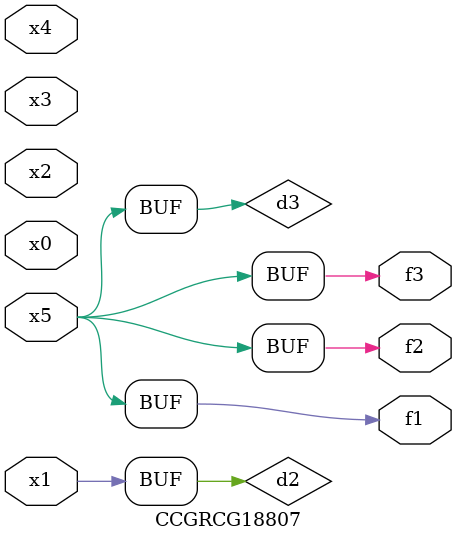
<source format=v>
module CCGRCG18807(
	input x0, x1, x2, x3, x4, x5,
	output f1, f2, f3
);

	wire d1, d2, d3;

	not (d1, x5);
	or (d2, x1);
	xnor (d3, d1);
	assign f1 = d3;
	assign f2 = d3;
	assign f3 = d3;
endmodule

</source>
